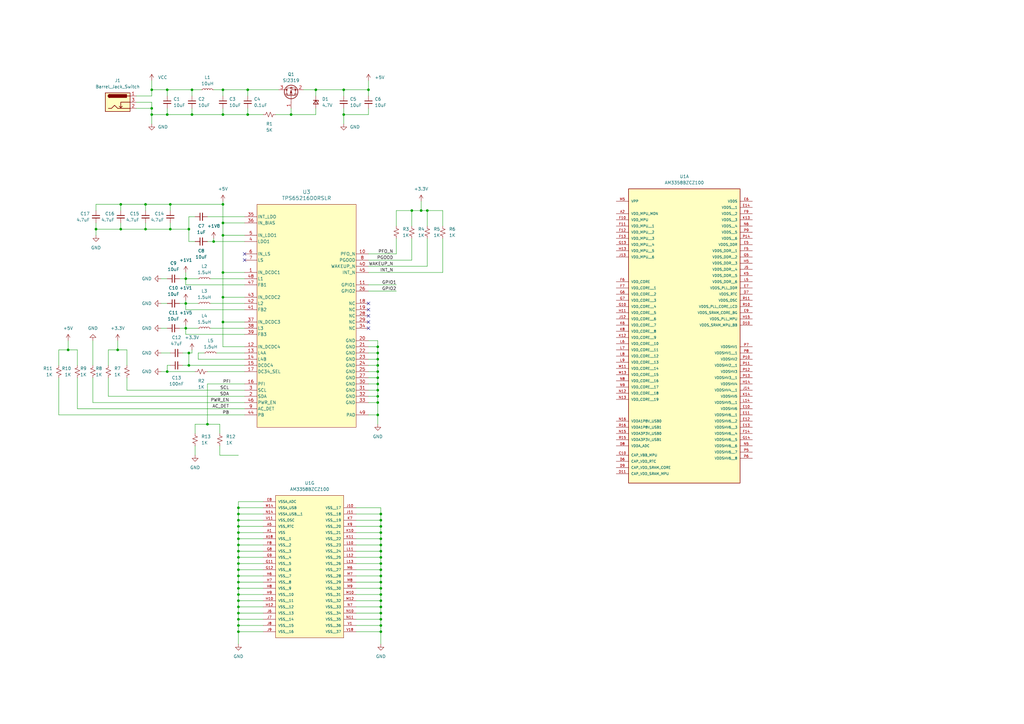
<source format=kicad_sch>
(kicad_sch (version 20230121) (generator eeschema)
  (paper "A3")
  (junction (at 156.21 218.44))
  (junction (at 156.21 220.98))
  (junction (at 154.94 144.78))
  (junction (at 156.21 248.92))
  (junction (at 77.47 93.98))
  (junction (at 91.44 132.08))
  (junction (at 91.44 36.83))
  (junction (at 97.79 226.06))
  (junction (at 154.94 142.24))
  (junction (at 91.44 91.44))
  (junction (at 156.21 246.38))
  (junction (at 85.09 173.99))
  (junction (at 156.21 231.14))
  (junction (at 49.53 93.98))
  (junction (at 48.26 143.51))
  (junction (at 156.21 215.9))
  (junction (at 172.72 86.36))
  (junction (at 49.53 83.82))
  (junction (at 154.94 160.02))
  (junction (at 97.79 254))
  (junction (at 119.38 46.99))
  (junction (at 156.21 210.82))
  (junction (at 154.94 149.86))
  (junction (at 97.79 246.38))
  (junction (at 91.44 111.76))
  (junction (at 97.79 256.54))
  (junction (at 68.58 36.83))
  (junction (at 156.21 236.22))
  (junction (at 156.21 226.06))
  (junction (at 154.94 162.56))
  (junction (at 154.94 152.4))
  (junction (at 78.74 46.99))
  (junction (at 76.2 124.46))
  (junction (at 97.79 243.84))
  (junction (at 101.6 36.83))
  (junction (at 129.54 36.83))
  (junction (at 97.79 208.28))
  (junction (at 97.79 215.9))
  (junction (at 77.47 144.78))
  (junction (at 156.21 238.76))
  (junction (at 156.21 243.84))
  (junction (at 97.79 223.52))
  (junction (at 156.21 228.6))
  (junction (at 97.79 236.22))
  (junction (at 168.91 86.36))
  (junction (at 154.94 157.48))
  (junction (at 154.94 147.32))
  (junction (at 69.85 93.98))
  (junction (at 97.79 220.98))
  (junction (at 140.97 46.99))
  (junction (at 154.94 170.18))
  (junction (at 76.2 114.3))
  (junction (at 97.79 228.6))
  (junction (at 39.37 93.98))
  (junction (at 175.26 86.36))
  (junction (at 78.74 36.83))
  (junction (at 91.44 46.99))
  (junction (at 156.21 223.52))
  (junction (at 156.21 259.08))
  (junction (at 91.44 121.92))
  (junction (at 156.21 233.68))
  (junction (at 97.79 218.44))
  (junction (at 97.79 210.82))
  (junction (at 62.23 44.45))
  (junction (at 97.79 213.36))
  (junction (at 97.79 238.76))
  (junction (at 62.23 46.99))
  (junction (at 77.47 149.86))
  (junction (at 101.6 46.99))
  (junction (at 156.21 213.36))
  (junction (at 156.21 254))
  (junction (at 91.44 83.82))
  (junction (at 97.79 259.08))
  (junction (at 68.58 152.4))
  (junction (at 91.44 96.52))
  (junction (at 97.79 233.68))
  (junction (at 140.97 36.83))
  (junction (at 62.23 36.83))
  (junction (at 154.94 165.1))
  (junction (at 156.21 256.54))
  (junction (at 156.21 241.3))
  (junction (at 156.21 251.46))
  (junction (at 151.13 36.83))
  (junction (at 59.69 93.98))
  (junction (at 76.2 134.62))
  (junction (at 97.79 251.46))
  (junction (at 59.69 83.82))
  (junction (at 154.94 154.94))
  (junction (at 27.94 143.51))
  (junction (at 68.58 46.99))
  (junction (at 97.79 231.14))
  (junction (at 87.63 99.06))
  (junction (at 97.79 248.92))
  (junction (at 69.85 83.82))
  (junction (at 97.79 241.3))
  (no_connect (at 100.33 104.14))
  (no_connect (at 151.13 124.46))
  (no_connect (at 151.13 132.08))
  (no_connect (at 151.13 129.54))
  (no_connect (at 151.13 127))
  (no_connect (at 100.33 106.68))
  (no_connect (at 151.13 134.62))
  (wire (pts (xy 85.09 88.9) (xy 100.33 88.9)))
  (wire (pts (xy 86.36 124.46) (xy 100.33 124.46)))
  (wire (pts (xy 44.45 143.51) (xy 44.45 149.86)))
  (wire (pts (xy 156.21 243.84) (xy 156.21 246.38)))
  (wire (pts (xy 97.79 213.36) (xy 107.95 213.36)))
  (wire (pts (xy 48.26 143.51) (xy 44.45 143.51)))
  (wire (pts (xy 39.37 86.36) (xy 39.37 83.82)))
  (wire (pts (xy 38.1 165.1) (xy 100.33 165.1)))
  (wire (pts (xy 76.2 137.16) (xy 76.2 134.62)))
  (wire (pts (xy 91.44 82.55) (xy 91.44 83.82)))
  (wire (pts (xy 49.53 83.82) (xy 39.37 83.82)))
  (wire (pts (xy 81.28 144.78) (xy 81.28 147.32)))
  (wire (pts (xy 146.05 220.98) (xy 156.21 220.98)))
  (wire (pts (xy 59.69 91.44) (xy 59.69 93.98)))
  (wire (pts (xy 59.69 83.82) (xy 49.53 83.82)))
  (wire (pts (xy 68.58 149.86) (xy 68.58 152.4)))
  (wire (pts (xy 97.79 256.54) (xy 107.95 256.54)))
  (wire (pts (xy 38.1 154.94) (xy 38.1 165.1)))
  (wire (pts (xy 91.44 121.92) (xy 91.44 111.76)))
  (wire (pts (xy 151.13 106.68) (xy 168.91 106.68)))
  (wire (pts (xy 52.07 143.51) (xy 52.07 149.86)))
  (wire (pts (xy 156.21 215.9) (xy 156.21 218.44)))
  (wire (pts (xy 100.33 91.44) (xy 91.44 91.44)))
  (wire (pts (xy 78.74 44.45) (xy 78.74 46.99)))
  (wire (pts (xy 175.26 109.22) (xy 175.26 97.79)))
  (wire (pts (xy 146.05 208.28) (xy 156.21 208.28)))
  (wire (pts (xy 97.79 259.08) (xy 107.95 259.08)))
  (wire (pts (xy 97.79 210.82) (xy 107.95 210.82)))
  (wire (pts (xy 100.33 96.52) (xy 91.44 96.52)))
  (wire (pts (xy 27.94 139.7) (xy 27.94 143.51)))
  (wire (pts (xy 97.79 218.44) (xy 97.79 215.9)))
  (wire (pts (xy 119.38 44.45) (xy 119.38 46.99)))
  (wire (pts (xy 146.05 218.44) (xy 156.21 218.44)))
  (wire (pts (xy 156.21 256.54) (xy 156.21 259.08)))
  (wire (pts (xy 97.79 251.46) (xy 107.95 251.46)))
  (wire (pts (xy 91.44 46.99) (xy 101.6 46.99)))
  (wire (pts (xy 119.38 46.99) (xy 129.54 46.99)))
  (wire (pts (xy 100.33 142.24) (xy 91.44 142.24)))
  (wire (pts (xy 140.97 39.37) (xy 140.97 36.83)))
  (wire (pts (xy 80.01 173.99) (xy 85.09 173.99)))
  (wire (pts (xy 156.21 248.92) (xy 156.21 251.46)))
  (wire (pts (xy 69.85 83.82) (xy 59.69 83.82)))
  (wire (pts (xy 55.88 44.45) (xy 62.23 44.45)))
  (wire (pts (xy 44.45 162.56) (xy 44.45 154.94)))
  (wire (pts (xy 62.23 36.83) (xy 62.23 33.02)))
  (wire (pts (xy 76.2 123.19) (xy 76.2 124.46)))
  (wire (pts (xy 97.79 238.76) (xy 107.95 238.76)))
  (wire (pts (xy 168.91 106.68) (xy 168.91 97.79)))
  (wire (pts (xy 151.13 149.86) (xy 154.94 149.86)))
  (wire (pts (xy 156.21 210.82) (xy 156.21 213.36)))
  (wire (pts (xy 68.58 44.45) (xy 68.58 46.99)))
  (wire (pts (xy 162.56 86.36) (xy 162.56 92.71)))
  (wire (pts (xy 62.23 46.99) (xy 68.58 46.99)))
  (wire (pts (xy 151.13 36.83) (xy 140.97 36.83)))
  (wire (pts (xy 59.69 83.82) (xy 59.69 86.36)))
  (wire (pts (xy 78.74 36.83) (xy 82.55 36.83)))
  (wire (pts (xy 76.2 114.3) (xy 81.28 114.3)))
  (wire (pts (xy 91.44 36.83) (xy 87.63 36.83)))
  (wire (pts (xy 97.79 243.84) (xy 107.95 243.84)))
  (wire (pts (xy 151.13 160.02) (xy 154.94 160.02)))
  (wire (pts (xy 97.79 210.82) (xy 97.79 208.28)))
  (wire (pts (xy 97.79 248.92) (xy 107.95 248.92)))
  (wire (pts (xy 91.44 142.24) (xy 91.44 132.08)))
  (wire (pts (xy 24.13 154.94) (xy 24.13 170.18)))
  (wire (pts (xy 76.2 127) (xy 76.2 124.46)))
  (wire (pts (xy 68.58 46.99) (xy 78.74 46.99)))
  (wire (pts (xy 76.2 133.35) (xy 76.2 134.62)))
  (wire (pts (xy 151.13 116.84) (xy 162.56 116.84)))
  (wire (pts (xy 52.07 160.02) (xy 100.33 160.02)))
  (wire (pts (xy 156.21 238.76) (xy 156.21 241.3)))
  (wire (pts (xy 154.94 139.7) (xy 154.94 142.24)))
  (wire (pts (xy 97.79 243.84) (xy 97.79 241.3)))
  (wire (pts (xy 146.05 246.38) (xy 156.21 246.38)))
  (wire (pts (xy 175.26 86.36) (xy 175.26 92.71)))
  (wire (pts (xy 49.53 91.44) (xy 49.53 93.98)))
  (wire (pts (xy 156.21 236.22) (xy 156.21 238.76)))
  (wire (pts (xy 181.61 92.71) (xy 181.61 86.36)))
  (wire (pts (xy 151.13 139.7) (xy 154.94 139.7)))
  (wire (pts (xy 52.07 160.02) (xy 52.07 154.94)))
  (wire (pts (xy 39.37 93.98) (xy 39.37 96.52)))
  (wire (pts (xy 62.23 46.99) (xy 62.23 50.8)))
  (wire (pts (xy 97.79 251.46) (xy 97.79 248.92)))
  (wire (pts (xy 100.33 116.84) (xy 76.2 116.84)))
  (wire (pts (xy 86.36 114.3) (xy 100.33 114.3)))
  (wire (pts (xy 101.6 46.99) (xy 107.95 46.99)))
  (wire (pts (xy 151.13 111.76) (xy 181.61 111.76)))
  (wire (pts (xy 83.82 144.78) (xy 81.28 144.78)))
  (wire (pts (xy 97.79 208.28) (xy 107.95 208.28)))
  (wire (pts (xy 146.05 213.36) (xy 156.21 213.36)))
  (wire (pts (xy 91.44 36.83) (xy 91.44 39.37)))
  (wire (pts (xy 154.94 162.56) (xy 154.94 165.1)))
  (wire (pts (xy 146.05 226.06) (xy 156.21 226.06)))
  (wire (pts (xy 59.69 93.98) (xy 49.53 93.98)))
  (wire (pts (xy 181.61 111.76) (xy 181.61 97.79)))
  (wire (pts (xy 156.21 251.46) (xy 156.21 254)))
  (wire (pts (xy 77.47 99.06) (xy 80.01 99.06)))
  (wire (pts (xy 146.05 256.54) (xy 156.21 256.54)))
  (wire (pts (xy 154.94 149.86) (xy 154.94 152.4)))
  (wire (pts (xy 146.05 248.92) (xy 156.21 248.92)))
  (wire (pts (xy 151.13 162.56) (xy 154.94 162.56)))
  (wire (pts (xy 146.05 228.6) (xy 156.21 228.6)))
  (wire (pts (xy 77.47 93.98) (xy 69.85 93.98)))
  (wire (pts (xy 97.79 254) (xy 107.95 254)))
  (wire (pts (xy 156.21 226.06) (xy 156.21 228.6)))
  (wire (pts (xy 38.1 139.7) (xy 38.1 149.86)))
  (wire (pts (xy 77.47 88.9) (xy 77.47 93.98)))
  (wire (pts (xy 97.79 236.22) (xy 107.95 236.22)))
  (wire (pts (xy 97.79 254) (xy 97.79 251.46)))
  (wire (pts (xy 76.2 124.46) (xy 81.28 124.46)))
  (wire (pts (xy 97.79 238.76) (xy 97.79 236.22)))
  (wire (pts (xy 73.66 124.46) (xy 76.2 124.46)))
  (wire (pts (xy 73.66 134.62) (xy 76.2 134.62)))
  (wire (pts (xy 80.01 177.8) (xy 80.01 173.99)))
  (wire (pts (xy 100.33 111.76) (xy 91.44 111.76)))
  (wire (pts (xy 85.09 152.4) (xy 100.33 152.4)))
  (wire (pts (xy 76.2 116.84) (xy 76.2 114.3)))
  (wire (pts (xy 62.23 41.91) (xy 62.23 44.45)))
  (wire (pts (xy 151.13 144.78) (xy 154.94 144.78)))
  (wire (pts (xy 129.54 36.83) (xy 124.46 36.83)))
  (wire (pts (xy 146.05 210.82) (xy 156.21 210.82)))
  (wire (pts (xy 100.33 121.92) (xy 91.44 121.92)))
  (wire (pts (xy 162.56 104.14) (xy 162.56 97.79)))
  (wire (pts (xy 168.91 86.36) (xy 168.91 92.71)))
  (wire (pts (xy 100.33 137.16) (xy 76.2 137.16)))
  (wire (pts (xy 66.04 124.46) (xy 68.58 124.46)))
  (wire (pts (xy 24.13 149.86) (xy 24.13 143.51)))
  (wire (pts (xy 73.66 114.3) (xy 76.2 114.3)))
  (wire (pts (xy 86.36 134.62) (xy 100.33 134.62)))
  (wire (pts (xy 97.79 226.06) (xy 107.95 226.06)))
  (wire (pts (xy 85.09 157.48) (xy 100.33 157.48)))
  (wire (pts (xy 62.23 44.45) (xy 62.23 46.99)))
  (wire (pts (xy 151.13 154.94) (xy 154.94 154.94)))
  (wire (pts (xy 77.47 149.86) (xy 100.33 149.86)))
  (wire (pts (xy 100.33 132.08) (xy 91.44 132.08)))
  (wire (pts (xy 146.05 243.84) (xy 156.21 243.84)))
  (wire (pts (xy 91.44 83.82) (xy 91.44 91.44)))
  (wire (pts (xy 146.05 238.76) (xy 156.21 238.76)))
  (wire (pts (xy 156.21 254) (xy 156.21 256.54)))
  (wire (pts (xy 146.05 236.22) (xy 156.21 236.22)))
  (wire (pts (xy 154.94 154.94) (xy 154.94 157.48)))
  (wire (pts (xy 68.58 152.4) (xy 66.04 152.4)))
  (wire (pts (xy 156.21 259.08) (xy 156.21 264.16)))
  (wire (pts (xy 101.6 39.37) (xy 101.6 36.83)))
  (wire (pts (xy 156.21 228.6) (xy 156.21 231.14)))
  (wire (pts (xy 97.79 259.08) (xy 97.79 256.54)))
  (wire (pts (xy 48.26 143.51) (xy 52.07 143.51)))
  (wire (pts (xy 151.13 119.38) (xy 162.56 119.38)))
  (wire (pts (xy 68.58 149.86) (xy 69.85 149.86)))
  (wire (pts (xy 69.85 83.82) (xy 69.85 86.36)))
  (wire (pts (xy 88.9 144.78) (xy 100.33 144.78)))
  (wire (pts (xy 97.79 233.68) (xy 107.95 233.68)))
  (wire (pts (xy 90.17 186.69) (xy 97.79 186.69)))
  (wire (pts (xy 24.13 170.18) (xy 100.33 170.18)))
  (wire (pts (xy 76.2 134.62) (xy 81.28 134.62)))
  (wire (pts (xy 91.44 96.52) (xy 91.44 91.44)))
  (wire (pts (xy 156.21 218.44) (xy 156.21 220.98)))
  (wire (pts (xy 154.94 142.24) (xy 154.94 144.78)))
  (wire (pts (xy 156.21 208.28) (xy 156.21 210.82)))
  (wire (pts (xy 172.72 86.36) (xy 168.91 86.36)))
  (wire (pts (xy 85.09 173.99) (xy 90.17 173.99)))
  (wire (pts (xy 66.04 144.78) (xy 69.85 144.78)))
  (wire (pts (xy 175.26 86.36) (xy 172.72 86.36)))
  (wire (pts (xy 97.79 205.74) (xy 107.95 205.74)))
  (wire (pts (xy 77.47 144.78) (xy 77.47 149.86)))
  (wire (pts (xy 146.05 259.08) (xy 156.21 259.08)))
  (wire (pts (xy 156.21 241.3) (xy 156.21 243.84)))
  (wire (pts (xy 80.01 182.88) (xy 80.01 186.69)))
  (wire (pts (xy 172.72 82.55) (xy 172.72 86.36)))
  (wire (pts (xy 97.79 231.14) (xy 97.79 228.6)))
  (wire (pts (xy 68.58 39.37) (xy 68.58 36.83)))
  (wire (pts (xy 146.05 231.14) (xy 156.21 231.14)))
  (wire (pts (xy 78.74 36.83) (xy 78.74 39.37)))
  (wire (pts (xy 156.21 213.36) (xy 156.21 215.9)))
  (wire (pts (xy 154.94 165.1) (xy 154.94 170.18)))
  (wire (pts (xy 49.53 83.82) (xy 49.53 86.36)))
  (wire (pts (xy 97.79 256.54) (xy 97.79 254)))
  (wire (pts (xy 97.79 215.9) (xy 97.79 213.36)))
  (wire (pts (xy 97.79 241.3) (xy 97.79 238.76)))
  (wire (pts (xy 78.74 46.99) (xy 91.44 46.99)))
  (wire (pts (xy 146.05 233.68) (xy 156.21 233.68)))
  (wire (pts (xy 91.44 111.76) (xy 91.44 96.52)))
  (wire (pts (xy 101.6 44.45) (xy 101.6 46.99)))
  (wire (pts (xy 97.79 228.6) (xy 97.79 226.06)))
  (wire (pts (xy 85.09 99.06) (xy 87.63 99.06)))
  (wire (pts (xy 97.79 223.52) (xy 107.95 223.52)))
  (wire (pts (xy 66.04 134.62) (xy 68.58 134.62)))
  (wire (pts (xy 31.75 167.64) (xy 100.33 167.64)))
  (wire (pts (xy 181.61 86.36) (xy 175.26 86.36)))
  (wire (pts (xy 97.79 218.44) (xy 107.95 218.44)))
  (wire (pts (xy 77.47 149.86) (xy 74.93 149.86)))
  (wire (pts (xy 140.97 36.83) (xy 129.54 36.83)))
  (wire (pts (xy 44.45 162.56) (xy 100.33 162.56)))
  (wire (pts (xy 97.79 215.9) (xy 107.95 215.9)))
  (wire (pts (xy 97.79 248.92) (xy 97.79 246.38)))
  (wire (pts (xy 77.47 88.9) (xy 80.01 88.9)))
  (wire (pts (xy 156.21 246.38) (xy 156.21 248.92)))
  (wire (pts (xy 97.79 220.98) (xy 107.95 220.98)))
  (wire (pts (xy 100.33 127) (xy 76.2 127)))
  (wire (pts (xy 97.79 233.68) (xy 97.79 231.14)))
  (wire (pts (xy 146.05 251.46) (xy 156.21 251.46)))
  (wire (pts (xy 66.04 114.3) (xy 68.58 114.3)))
  (wire (pts (xy 24.13 143.51) (xy 27.94 143.51)))
  (wire (pts (xy 101.6 36.83) (xy 91.44 36.83)))
  (wire (pts (xy 154.94 160.02) (xy 154.94 162.56)))
  (wire (pts (xy 27.94 143.51) (xy 31.75 143.51)))
  (wire (pts (xy 154.94 144.78) (xy 154.94 147.32)))
  (wire (pts (xy 62.23 36.83) (xy 62.23 39.37)))
  (wire (pts (xy 151.13 109.22) (xy 175.26 109.22)))
  (wire (pts (xy 151.13 39.37) (xy 151.13 36.83)))
  (wire (pts (xy 146.05 254) (xy 156.21 254)))
  (wire (pts (xy 31.75 143.51) (xy 31.75 149.86)))
  (wire (pts (xy 97.79 228.6) (xy 107.95 228.6)))
  (wire (pts (xy 68.58 36.83) (xy 78.74 36.83)))
  (wire (pts (xy 168.91 86.36) (xy 162.56 86.36)))
  (wire (pts (xy 78.74 143.51) (xy 78.74 144.78)))
  (wire (pts (xy 151.13 33.02) (xy 151.13 36.83)))
  (wire (pts (xy 48.26 139.7) (xy 48.26 143.51)))
  (wire (pts (xy 97.79 223.52) (xy 97.79 220.98)))
  (wire (pts (xy 97.79 208.28) (xy 97.79 205.74)))
  (wire (pts (xy 49.53 93.98) (xy 39.37 93.98)))
  (wire (pts (xy 68.58 152.4) (xy 80.01 152.4)))
  (wire (pts (xy 140.97 46.99) (xy 140.97 50.8)))
  (wire (pts (xy 151.13 147.32) (xy 154.94 147.32)))
  (wire (pts (xy 81.28 147.32) (xy 100.33 147.32)))
  (wire (pts (xy 68.58 36.83) (xy 62.23 36.83)))
  (wire (pts (xy 78.74 144.78) (xy 77.47 144.78)))
  (wire (pts (xy 76.2 111.76) (xy 76.2 114.3)))
  (wire (pts (xy 97.79 213.36) (xy 97.79 210.82)))
  (wire (pts (xy 140.97 44.45) (xy 140.97 46.99)))
  (wire (pts (xy 154.94 157.48) (xy 154.94 160.02)))
  (wire (pts (xy 85.09 157.48) (xy 85.09 173.99)))
  (wire (pts (xy 146.05 223.52) (xy 156.21 223.52)))
  (wire (pts (xy 74.93 144.78) (xy 77.47 144.78)))
  (wire (pts (xy 151.13 157.48) (xy 154.94 157.48)))
  (wire (pts (xy 77.47 99.06) (xy 77.47 93.98)))
  (wire (pts (xy 55.88 39.37) (xy 62.23 39.37)))
  (wire (pts (xy 91.44 44.45) (xy 91.44 46.99)))
  (wire (pts (xy 97.79 246.38) (xy 107.95 246.38)))
  (wire (pts (xy 129.54 44.45) (xy 129.54 46.99)))
  (wire (pts (xy 146.05 241.3) (xy 156.21 241.3)))
  (wire (pts (xy 151.13 142.24) (xy 154.94 142.24)))
  (wire (pts (xy 39.37 91.44) (xy 39.37 93.98)))
  (wire (pts (xy 87.63 99.06) (xy 100.33 99.06)))
  (wire (pts (xy 154.94 152.4) (xy 154.94 154.94)))
  (wire (pts (xy 151.13 44.45) (xy 151.13 46.99)))
  (wire (pts (xy 97.79 241.3) (xy 107.95 241.3)))
  (wire (pts (xy 91.44 132.08) (xy 91.44 121.92)))
  (wire (pts (xy 97.79 246.38) (xy 97.79 243.84)))
  (wire (pts (xy 90.17 182.88) (xy 90.17 186.69)))
  (wire (pts (xy 156.21 220.98) (xy 156.21 223.52)))
  (wire (pts (xy 113.03 46.99) (xy 119.38 46.99)))
  (wire (pts (xy 69.85 93.98) (xy 59.69 93.98)))
  (wire (pts (xy 146.05 215.9) (xy 156.21 215.9)))
  (wire (pts (xy 156.21 233.68) (xy 156.21 236.22)))
  (wire (pts (xy 31.75 154.94) (xy 31.75 167.64)))
  (wire (pts (xy 154.94 147.32) (xy 154.94 149.86)))
  (wire (pts (xy 90.17 173.99) (xy 90.17 177.8)))
  (wire (pts (xy 97.79 226.06) (xy 97.79 223.52)))
  (wire (pts (xy 156.21 223.52) (xy 156.21 226.06)))
  (wire (pts (xy 97.79 264.16) (xy 97.79 259.08)))
  (wire (pts (xy 151.13 170.18) (xy 154.94 170.18)))
  (wire (pts (xy 151.13 46.99) (xy 140.97 46.99)))
  (wire (pts (xy 151.13 104.14) (xy 162.56 104.14)))
  (wire (pts (xy 156.21 231.14) (xy 156.21 233.68)))
  (wire (pts (xy 154.94 170.18) (xy 154.94 173.99)))
  (wire (pts (xy 97.79 220.98) (xy 97.79 218.44)))
  (wire (pts (xy 114.3 36.83) (xy 101.6 36.83)))
  (wire (pts (xy 69.85 83.82) (xy 91.44 83.82)))
  (wire (pts (xy 129.54 39.37) (xy 129.54 36.83)))
  (wire (pts (xy 55.88 41.91) (xy 62.23 41.91)))
  (wire (pts (xy 69.85 91.44) (xy 69.85 93.98)))
  (wire (pts (xy 87.63 97.79) (xy 87.63 99.06)))
  (wire (pts (xy 97.79 231.14) (xy 107.95 231.14)))
  (wire (pts (xy 151.13 152.4) (xy 154.94 152.4)))
  (wire (pts (xy 97.79 236.22) (xy 97.79 233.68)))
  (wire (pts (xy 151.13 165.1) (xy 154.94 165.1)))
  (label "SDA" (at 93.98 162.56 180))
  (label "AC_DET" (at 93.98 167.64 180))
  (label "PWR_EN" (at 93.98 165.1 180))
  (label "SCL" (at 93.98 160.02 180))
  (label "WAKEUP_N" (at 161.29 109.22 180))
  (label "GPIO2" (at 162.56 119.38 180))
  (label "PFO_N" (at 161.29 104.14 180))
  (label "PGOOD" (at 161.29 106.68 180))
  (label "PFI" (at 91.44 157.48 0))
  (label "GPIO1" (at 162.56 116.84 180))
  (label "PB" (at 93.98 170.18 180))
  (label "INT_N" (at 161.29 111.76 180))
  (symbol (lib_id "Device:R_Small_US") (at 44.45 152.4 0) (mirror x) (unit 1)
    (property "Reference" "R8" (at 41.91 151.13 0) (effects (justify right)))
    (property "Value" "1K" (at 41.91 153.67 0) (effects (justify right)))
  )
  (symbol (lib_id "Symbol_Library:AM3358BZCZ100") (at 278.13 133.35 0) (unit 1)
    (property "Reference" "U1" (at 280.67 72.39 0))
    (property "Value" "AM3358BZCZ100" (at 280.67 74.93 0))
    (property "Footprint" "Footprint_Library:AM3358BZCZ100" (effects hide))
    (property "MF" "Texas Instruments" (effects hide))
    (property "Description" "\nSitara processor: Arm Cortex-A8, 3D graphics, PRU-ICSS, CAN\n" (effects hide))
    (property "Package" "NFBGA-324 Texas Instruments" (effects hide))
    (property "Price" "None" (effects hide))
    (property "Check_prices" "https://www.snapeda.com/parts/AM3358BZCZ100/Texas+Instruments/view-part/?ref=eda" (effects hide))
    (property "STANDARD" "IPC-7351B" (effects hide))
    (property "PARTREV" "J" (effects hide))
    (property "SnapEDA_Link" "https://www.snapeda.com/parts/AM3358BZCZ100/Texas+Instruments/view-part/?ref=snap" (effects hide))
    (property "MP" "AM3358BZCZ100" (effects hide))
    (property "Purchase-URL" "https://www.snapeda.com/api/url_track_click_mouser/?unipart_id=46293&manufacturer=Texas Instruments&part_name=AM3358BZCZ100&search_term= am3358bzcz100" (effects hide))
    (property "Availability" "In Stock" (effects hide))
    (property "MANUFACTURER" "Texas Instruments" (effects hide))
  )
  (symbol (lib_id "Device:C_Small") (at 68.58 41.91 0) (unit 1)
    (property "Reference" "C1" (at 71.12 40.6463 0) (effects (justify left)))
    (property "Value" "10uF" (at 71.12 43.1863 0) (effects (justify left)))
  )
  (symbol (lib_id "power:GND") (at 66.04 134.62 270) (unit 1)
    (property "Reference" "#PWR06" (effects hide))
    (property "Value" "GND" (at 62.23 134.62 90) (effects (justify right)))
  )
  (symbol (lib_id "Device:C_Small") (at 101.6 41.91 0) (unit 1)
    (property "Reference" "C4" (at 104.14 40.6463 0) (effects (justify left)))
    (property "Value" "0.1uF" (at 104.14 43.1863 0) (effects (justify left)))
  )
  (symbol (lib_id "power:+1V5") (at 76.2 133.35 0) (unit 1)
    (property "Reference" "#PWR018" (effects hide))
    (property "Value" "+1V5" (at 76.2 128.27 0))
  )
  (symbol (lib_id "Device:C_Small") (at 59.69 88.9 0) (mirror y) (unit 1)
    (property "Reference" "C15" (at 57.15 87.6363 0) (effects (justify left)))
    (property "Value" "4.7uF" (at 57.15 90.1763 0) (effects (justify left)))
  )
  (symbol (lib_id "Device:C_Small") (at 71.12 134.62 90) (unit 1)
    (property "Reference" "C11" (at 71.1263 128.27 90))
    (property "Value" "10uF" (at 71.1263 130.81 90))
  )
  (symbol (lib_id "power:GND") (at 66.04 114.3 270) (unit 1)
    (property "Reference" "#PWR08" (effects hide))
    (property "Value" "GND" (at 62.23 114.3 90) (effects (justify right)))
  )
  (symbol (lib_id "Device:C_Small") (at 72.39 144.78 90) (unit 1)
    (property "Reference" "C12" (at 72.3963 138.43 90))
    (property "Value" "47uF" (at 72.3963 140.97 90))
  )
  (symbol (lib_id "Device:R_Small_US") (at 175.26 95.25 180) (unit 1)
    (property "Reference" "R5" (at 177.8 93.98 0) (effects (justify right)))
    (property "Value" "1K" (at 177.8 96.52 0) (effects (justify right)))
  )
  (symbol (lib_id "power:+3.3V") (at 172.72 82.55 0) (unit 1)
    (property "Reference" "#PWR014" (effects hide))
    (property "Value" "+3.3V" (at 172.72 77.47 0))
  )
  (symbol (lib_id "Device:C_Small") (at 78.74 41.91 0) (unit 1)
    (property "Reference" "C2" (at 81.28 40.6463 0) (effects (justify left)))
    (property "Value" "10uF" (at 81.28 43.1863 0) (effects (justify left)))
  )
  (symbol (lib_id "Device:R_Small_US") (at 24.13 152.4 0) (mirror x) (unit 1)
    (property "Reference" "R11" (at 21.59 151.13 0) (effects (justify right)))
    (property "Value" "1K" (at 21.59 153.67 0) (effects (justify right)))
  )
  (symbol (lib_id "Device:L_Small") (at 83.82 124.46 90) (unit 1)
    (property "Reference" "L3" (at 83.82 119.38 90))
    (property "Value" "1.5uH" (at 83.82 121.92 90))
  )
  (symbol (lib_id "power:GND") (at 62.23 50.8 0) (unit 1)
    (property "Reference" "#PWR02" (effects hide))
    (property "Value" "GND" (at 64.77 52.07 0) (effects (justify left)))
  )
  (symbol (lib_id "Device:C_Small") (at 140.97 41.91 0) (unit 1)
    (property "Reference" "C5" (at 143.51 40.6463 0) (effects (justify left)))
    (property "Value" "10uF" (at 143.51 43.1863 0) (effects (justify left)))
  )
  (symbol (lib_id "power:+1V1") (at 76.2 123.19 0) (unit 1)
    (property "Reference" "#PWR010" (effects hide))
    (property "Value" "+1V1" (at 76.2 118.11 0))
  )
  (symbol (lib_id "Device:L_Small") (at 86.36 144.78 90) (unit 1)
    (property "Reference" "L5" (at 86.36 139.7 90))
    (property "Value" "1.5uH" (at 86.36 142.24 90))
  )
  (symbol (lib_id "Device:R_Small_US") (at 90.17 180.34 180) (unit 1)
    (property "Reference" "R12" (at 92.71 179.07 0) (effects (justify right)))
    (property "Value" "1K" (at 92.71 181.61 0) (effects (justify right)))
  )
  (symbol (lib_id "Symbols:TPS65216D0RSLR") (at 125.73 129.54 0) (unit 1)
    (property "Reference" "U3" (at 125.73 78.74 0) (effects (font (size 1.524 1.524))))
    (property "Value" "TPS65216D0RSLR" (at 125.73 81.28 0) (effects (font (size 1.524 1.524))))
    (property "Footprint" "RSL0048B" (effects hide))
    (property "Datasheet" "TPS65216D0RSLR" (effects hide))
  )
  (symbol (lib_id "power:GND") (at 140.97 50.8 0) (unit 1)
    (property "Reference" "#PWR03" (effects hide))
    (property "Value" "GND" (at 143.51 52.07 0) (effects (justify left)))
  )
  (symbol (lib_id "Device:R_Small_US") (at 110.49 46.99 90) (unit 1)
    (property "Reference" "R1" (at 110.49 50.8 90))
    (property "Value" "5K" (at 110.49 53.34 90))
  )
  (symbol (lib_id "Device:C_Small") (at 49.53 88.9 0) (mirror y) (unit 1)
    (property "Reference" "C16" (at 46.99 87.6363 0) (effects (justify left)))
    (property "Value" "4.7uF" (at 46.99 90.1763 0) (effects (justify left)))
  )
  (symbol (lib_id "Device:R_Small_US") (at 38.1 152.4 0) (mirror x) (unit 1)
    (property "Reference" "R9" (at 35.56 151.13 0) (effects (justify right)))
    (property "Value" "1K" (at 35.56 153.67 0) (effects (justify right)))
  )
  (symbol (lib_id "Device:C_Small") (at 72.39 149.86 90) (unit 1)
    (property "Reference" "C13" (at 72.3963 154.94 90))
    (property "Value" "100nF" (at 72.3963 157.48 90))
  )
  (symbol (lib_id "Device:C_Small") (at 69.85 88.9 0) (mirror y) (unit 1)
    (property "Reference" "C14" (at 67.31 87.6363 0) (effects (justify left)))
    (property "Value" "4.7uF" (at 67.31 90.1763 0) (effects (justify left)))
  )
  (symbol (lib_id "Device:C_Small") (at 82.55 88.9 90) (unit 1)
    (property "Reference" "C7" (at 82.5563 92.71 90))
    (property "Value" "1uF" (at 82.5563 95.25 90))
  )
  (symbol (lib_id "power:+1V1") (at 76.2 111.76 0) (unit 1)
    (property "Reference" "#PWR09" (effects hide))
    (property "Value" "+1V1" (at 76.2 106.68 0))
  )
  (symbol (lib_id "Device:C_Small") (at 151.13 41.91 0) (unit 1)
    (property "Reference" "C6" (at 153.67 40.6463 0) (effects (justify left)))
    (property "Value" "10uF" (at 153.67 43.1863 0) (effects (justify left)))
  )
  (symbol (lib_id "Device:R_Small_US") (at 168.91 95.25 180) (unit 1)
    (property "Reference" "R4" (at 171.45 93.98 0) (effects (justify right)))
    (property "Value" "1K" (at 171.45 96.52 0) (effects (justify right)))
  )
  (symbol (lib_id "Device:Q_PMOS_GSD") (at 119.38 39.37 90) (unit 1)
    (property "Reference" "Q1" (at 119.38 30.48 90))
    (property "Value" "SI2319" (at 119.38 33.02 90))
  )
  (symbol (lib_id "power:GND") (at 66.04 152.4 270) (unit 1)
    (property "Reference" "#PWR013" (effects hide))
    (property "Value" "GND" (at 62.23 152.4 90) (effects (justify right)))
  )
  (symbol (lib_id "power:GND") (at 154.94 173.99 0) (unit 1)
    (property "Reference" "#PWR011" (effects hide))
    (property "Value" "GND" (at 154.94 179.07 0))
  )
  (symbol (lib_id "power:+5V") (at 91.44 82.55 0) (unit 1)
    (property "Reference" "#PWR01" (effects hide))
    (property "Value" "+5V" (at 91.44 77.47 0))
  )
  (symbol (lib_id "power:GND") (at 97.79 264.16 0) (unit 1)
    (property "Reference" "#PWR024" (effects hide))
    (property "Value" "GND" (at 97.79 269.24 0))
  )
  (symbol (lib_id "power:GND") (at 39.37 96.52 0) (mirror y) (unit 1)
    (property "Reference" "#PWR020" (effects hide))
    (property "Value" "GND" (at 39.37 101.6 0))
  )
  (symbol (lib_id "Device:C_Small") (at 82.55 99.06 90) (unit 1)
    (property "Reference" "C8" (at 82.5563 102.87 90))
    (property "Value" "10uF" (at 82.5563 105.41 90))
  )
  (symbol (lib_id "Device:L_Small") (at 85.09 36.83 90) (unit 1)
    (property "Reference" "L1" (at 85.09 31.75 90))
    (property "Value" "10uH" (at 85.09 34.29 90))
  )
  (symbol (lib_id "power:+3.3V") (at 48.26 139.7 0) (mirror y) (unit 1)
    (property "Reference" "#PWR015" (effects hide))
    (property "Value" "+3.3V" (at 48.26 134.62 0))
  )
  (symbol (lib_id "Symbol_Library:AM3358BZCZ100") (at 125.73 232.41 0) (unit 7)
    (property "Reference" "U1" (at 127 198.12 0))
    (property "Value" "AM3358BZCZ100" (at 127 200.66 0))
    (property "Footprint" "Footprint_Library:AM3358BZCZ100" (effects hide))
    (property "MF" "Texas Instruments" (effects hide))
    (property "Description" "\nSitara processor: Arm Cortex-A8, 3D graphics, PRU-ICSS, CAN\n" (effects hide))
    (property "Package" "NFBGA-324 Texas Instruments" (effects hide))
    (property "Price" "None" (effects hide))
    (property "Check_prices" "https://www.snapeda.com/parts/AM3358BZCZ100/Texas+Instruments/view-part/?ref=eda" (effects hide))
    (property "STANDARD" "IPC-7351B" (effects hide))
    (property "PARTREV" "J" (effects hide))
    (property "SnapEDA_Link" "https://www.snapeda.com/parts/AM3358BZCZ100/Texas+Instruments/view-part/?ref=snap" (effects hide))
    (property "MP" "AM3358BZCZ100" (effects hide))
    (property "Purchase-URL" "https://www.snapeda.com/api/url_track_click_mouser/?unipart_id=46293&manufacturer=Texas Instruments&part_name=AM3358BZCZ100&search_term= am3358bzcz100" (effects hide))
    (property "Availability" "In Stock" (effects hide))
    (property "MANUFACTURER" "Texas Instruments" (effects hide))
  )
  (symbol (lib_id "power:GND") (at 66.04 144.78 270) (unit 1)
    (property "Reference" "#PWR012" (effects hide))
    (property "Value" "GND" (at 62.23 144.78 90) (effects (justify right)))
  )
  (symbol (lib_id "Device:L_Small") (at 83.82 114.3 90) (unit 1)
    (property "Reference" "L2" (at 83.82 109.22 90))
    (property "Value" "1.5uH" (at 83.82 111.76 90))
  )
  (symbol (lib_id "power:GND") (at 66.04 124.46 270) (unit 1)
    (property "Reference" "#PWR07" (effects hide))
    (property "Value" "GND" (at 62.23 124.46 90) (effects (justify right)))
  )
  (symbol (lib_id "power:GND") (at 80.01 186.69 0) (unit 1)
    (property "Reference" "#PWR019" (effects hide))
    (property "Value" "GND" (at 80.01 191.77 0))
  )
  (symbol (lib_id "Device:C_Small") (at 91.44 41.91 0) (unit 1)
    (property "Reference" "C3" (at 93.98 40.6463 0) (effects (justify left)))
    (property "Value" "10uF" (at 93.98 43.1863 0) (effects (justify left)))
  )
  (symbol (lib_id "Device:R_Small_US") (at 31.75 152.4 0) (mirror x) (unit 1)
    (property "Reference" "R10" (at 29.21 151.13 0) (effects (justify right)))
    (property "Value" "1K" (at 29.21 153.67 0) (effects (justify right)))
  )
  (symbol (lib_id "Device:L_Small") (at 83.82 134.62 90) (unit 1)
    (property "Reference" "L4" (at 83.82 129.54 90))
    (property "Value" "1.5uH" (at 83.82 132.08 90))
  )
  (symbol (lib_id "power:+3.3V") (at 78.74 143.51 0) (unit 1)
    (property "Reference" "#PWR022" (effects hide))
    (property "Value" "+3.3V" (at 78.74 138.43 0))
  )
  (symbol (lib_id "power:+5V") (at 27.94 139.7 0) (mirror y) (unit 1)
    (property "Reference" "#PWR017" (effects hide))
    (property "Value" "+5V" (at 27.94 134.62 0))
  )
  (symbol (lib_id "Device:C_Small") (at 71.12 114.3 90) (unit 1)
    (property "Reference" "C9" (at 71.1263 107.95 90))
    (property "Value" "10uF" (at 71.1263 110.49 90))
  )
  (symbol (lib_id "power:+1V8") (at 87.63 97.79 0) (unit 1)
    (property "Reference" "#PWR021" (effects hide))
    (property "Value" "+1V8" (at 87.63 92.71 0))
  )
  (symbol (lib_id "Device:D_Zener_Small") (at 129.54 41.91 270) (unit 1)
    (property "Reference" "D1" (at 132.08 40.64 90) (effects (justify left)))
    (property "Value" "4.7V" (at 132.08 43.18 90) (effects (justify left)))
  )
  (symbol (lib_id "Device:R_Small_US") (at 82.55 152.4 90) (unit 1)
    (property "Reference" "R2" (at 82.55 156.21 90))
    (property "Value" "1K" (at 82.55 158.75 90))
  )
  (symbol (lib_id "Device:R_Small_US") (at 162.56 95.25 180) (unit 1)
    (property "Reference" "R3" (at 165.1 93.98 0) (effects (justify right)))
    (property "Value" "1K" (at 165.1 96.52 0) (effects (justify right)))
  )
  (symbol (lib_id "Device:R_Small_US") (at 181.61 95.25 180) (unit 1)
    (property "Reference" "R6" (at 184.15 93.98 0) (effects (justify right)))
    (property "Value" "1K" (at 184.15 96.52 0) (effects (justify right)))
  )
  (symbol (lib_id "Device:R_Small_US") (at 52.07 152.4 0) (mirror x) (unit 1)
    (property "Reference" "R7" (at 49.53 151.13 0) (effects (justify right)))
    (property "Value" "1K" (at 49.53 153.67 0) (effects (justify right)))
  )
  (symbol (lib_id "power:+5V") (at 151.13 33.02 0) (unit 1)
    (property "Reference" "#PWR04" (effects hide))
    (property "Value" "+5V" (at 153.67 31.75 0) (effects (justify left)))
  )
  (symbol (lib_id "Connector:Barrel_Jack_Switch") (at 48.26 41.91 0) (unit 1)
    (property "Reference" "J1" (at 48.26 33.02 0))
    (property "Value" "Barrel_Jack_Switch" (at 48.26 35.56 0))
  )
  (symbol (lib_id "Device:R_Small_US") (at 80.01 180.34 180) (unit 1)
    (property "Reference" "R13" (at 82.55 179.07 0) (effects (justify right)))
    (property "Value" "1K" (at 82.55 181.61 0) (effects (justify right)))
  )
  (symbol (lib_id "power:GND") (at 156.21 264.16 0) (unit 1)
    (property "Reference" "#PWR023" (effects hide))
    (property "Value" "GND" (at 156.21 269.24 0))
  )
  (symbol (lib_id "power:VCC") (at 62.23 33.02 0) (unit 1)
    (property "Reference" "#PWR05" (effects hide))
    (property "Value" "VCC" (at 64.77 31.75 0) (effects (justify left)))
  )
  (symbol (lib_id "Device:C_Small") (at 39.37 88.9 0) (mirror y) (unit 1)
    (property "Reference" "C17" (at 36.83 87.6363 0) (effects (justify left)))
    (property "Value" "4.7uF" (at 36.83 90.1763 0) (effects (justify left)))
  )
  (symbol (lib_id "power:GND") (at 38.1 139.7 0) (mirror x) (unit 1)
    (property "Reference" "#PWR016" (effects hide))
    (property "Value" "GND" (at 38.1 134.62 0))
  )
  (symbol (lib_id "Device:C_Small") (at 71.12 124.46 90) (unit 1)
    (property "Reference" "C10" (at 71.1263 118.11 90))
    (property "Value" "10uF" (at 71.1263 120.65 90))
  )
)
</source>
